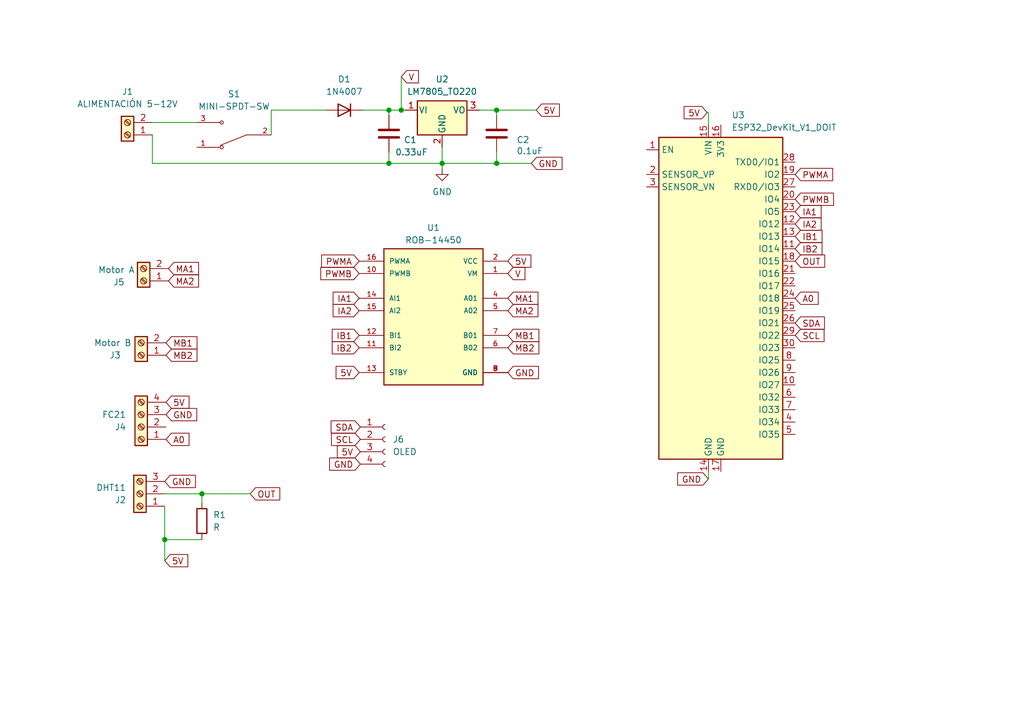
<source format=kicad_sch>
(kicad_sch (version 20230121) (generator eeschema)
  (paper "A5")
  (title_block (title "SISTEMA DE RIEGO"))
  (lib_symbols
    (symbol "Connector:Conn_01x04_Socket" (pin_names (offset 1.016) hide)
      (property "Reference" "J" (at 0 5.08 0))
      (property "Value" "Conn_01x04_Socket" (at 0 -7.62 0))
      (symbol "Conn_01x04_Socket_1_1"
        (arc (start 0 -4.572) (mid -0.5058 -5.08) (end 0 -5.588) (stroke (width 0.1524)))
        (arc (start 0 -2.032) (mid -0.5058 -2.54) (end 0 -3.048) (stroke (width 0.1524)))
        (polyline (pts (xy -1.27 -5.08) (xy -0.508 -5.08)) (stroke (width 0.1524)))
        (polyline (pts (xy -1.27 -2.54) (xy -0.508 -2.54)) (stroke (width 0.1524)))
        (polyline (pts (xy -1.27 0) (xy -0.508 0)) (stroke (width 0.1524)))
        (polyline (pts (xy -1.27 2.54) (xy -0.508 2.54)) (stroke (width 0.1524)))
        (arc (start 0 0.508) (mid -0.5058 0) (end 0 -0.508) (stroke (width 0.1524)))
        (arc (start 0 3.048) (mid -0.5058 2.54) (end 0 2.032) (stroke (width 0.1524)))
        (pin passive line (at -5.08 2.54 0) (length 3.81) (name "Pin_1") (number "1"))
        (pin passive line (at -5.08 0 0) (length 3.81) (name "Pin_2") (number "2"))
        (pin passive line (at -5.08 -2.54 0) (length 3.81) (name "Pin_3") (number "3"))
        (pin passive line (at -5.08 -5.08 0) (length 3.81) (name "Pin_4") (number "4"))
      )
    )
    (symbol "Connector:Screw_Terminal_01x02" (pin_names (offset 1.016) hide)
      (property "Reference" "J" (at 0 2.54 0))
      (property "Value" "Screw_Terminal_01x02" (at 0 -5.08 0))
      (symbol "Screw_Terminal_01x02_1_1"
        (rectangle (start -1.27 1.27) (end 1.27 -3.81) (stroke (width 0.254)) (fill (type background)))
        (circle (center 0 -2.54) (radius 0.635) (stroke (width 0.1524)))
        (polyline (pts (xy -0.5334 -2.2098) (xy 0.3302 -3.048)) (stroke (width 0.1524)))
        (polyline (pts (xy -0.5334 0.3302) (xy 0.3302 -0.508)) (stroke (width 0.1524)))
        (polyline (pts (xy -0.3556 -2.032) (xy 0.508 -2.8702)) (stroke (width 0.1524)))
        (polyline (pts (xy -0.3556 0.508) (xy 0.508 -0.3302)) (stroke (width 0.1524)))
        (circle (center 0 0) (radius 0.635) (stroke (width 0.1524)))
        (pin passive line (at -5.08 0 0) (length 3.81) (name "Pin_1") (number "1"))
        (pin passive line (at -5.08 -2.54 0) (length 3.81) (name "Pin_2") (number "2"))
      )
    )
    (symbol "Connector:Screw_Terminal_01x03" (pin_names (offset 1.016) hide)
      (property "Reference" "J" (at 0 5.08 0))
      (property "Value" "Screw_Terminal_01x03" (at 0 -5.08 0))
      (symbol "Screw_Terminal_01x03_1_1"
        (rectangle (start -1.27 3.81) (end 1.27 -3.81) (stroke (width 0.254)) (fill (type background)))
        (circle (center 0 -2.54) (radius 0.635) (stroke (width 0.1524)))
        (polyline (pts (xy -0.5334 -2.2098) (xy 0.3302 -3.048)) (stroke (width 0.1524)))
        (polyline (pts (xy -0.5334 0.3302) (xy 0.3302 -0.508)) (stroke (width 0.1524)))
        (polyline (pts (xy -0.5334 2.8702) (xy 0.3302 2.032)) (stroke (width 0.1524)))
        (polyline (pts (xy -0.3556 -2.032) (xy 0.508 -2.8702)) (stroke (width 0.1524)))
        (polyline (pts (xy -0.3556 0.508) (xy 0.508 -0.3302)) (stroke (width 0.1524)))
        (polyline (pts (xy -0.3556 3.048) (xy 0.508 2.2098)) (stroke (width 0.1524)))
        (circle (center 0 0) (radius 0.635) (stroke (width 0.1524)))
        (circle (center 0 2.54) (radius 0.635) (stroke (width 0.1524)))
        (pin passive line (at -5.08 2.54 0) (length 3.81) (name "Pin_1") (number "1"))
        (pin passive line (at -5.08 0 0) (length 3.81) (name "Pin_2") (number "2"))
        (pin passive line (at -5.08 -2.54 0) (length 3.81) (name "Pin_3") (number "3"))
      )
    )
    (symbol "Connector:Screw_Terminal_01x04" (pin_names (offset 1.016) hide)
      (property "Reference" "J" (at 0 5.08 0))
      (property "Value" "Screw_Terminal_01x04" (at 0 -7.62 0))
      (symbol "Screw_Terminal_01x04_1_1"
        (rectangle (start -1.27 3.81) (end 1.27 -6.35) (stroke (width 0.254)) (fill (type background)))
        (circle (center 0 -5.08) (radius 0.635) (stroke (width 0.1524)))
        (circle (center 0 -2.54) (radius 0.635) (stroke (width 0.1524)))
        (polyline (pts (xy -0.5334 -4.7498) (xy 0.3302 -5.588)) (stroke (width 0.1524)))
        (polyline (pts (xy -0.5334 -2.2098) (xy 0.3302 -3.048)) (stroke (width 0.1524)))
        (polyline (pts (xy -0.5334 0.3302) (xy 0.3302 -0.508)) (stroke (width 0.1524)))
        (polyline (pts (xy -0.5334 2.8702) (xy 0.3302 2.032)) (stroke (width 0.1524)))
        (polyline (pts (xy -0.3556 -4.572) (xy 0.508 -5.4102)) (stroke (width 0.1524)))
        (polyline (pts (xy -0.3556 -2.032) (xy 0.508 -2.8702)) (stroke (width 0.1524)))
        (polyline (pts (xy -0.3556 0.508) (xy 0.508 -0.3302)) (stroke (width 0.1524)))
        (polyline (pts (xy -0.3556 3.048) (xy 0.508 2.2098)) (stroke (width 0.1524)))
        (circle (center 0 0) (radius 0.635) (stroke (width 0.1524)))
        (circle (center 0 2.54) (radius 0.635) (stroke (width 0.1524)))
        (pin passive line (at -5.08 2.54 0) (length 3.81) (name "Pin_1") (number "1"))
        (pin passive line (at -5.08 0 0) (length 3.81) (name "Pin_2") (number "2"))
        (pin passive line (at -5.08 -2.54 0) (length 3.81) (name "Pin_3") (number "3"))
        (pin passive line (at -5.08 -5.08 0) (length 3.81) (name "Pin_4") (number "4"))
      )
    )
    (symbol "Device:C" (pin_numbers hide) (pin_names (offset 0.254))
      (property "Reference" "C" (at 0.635 2.54 0))
      (property "Value" "C" (at 0.635 -2.54 0))
      (symbol "C_0_1"
        (polyline (pts (xy -2.032 -0.762) (xy 2.032 -0.762)) (stroke (width 0.508)))
        (polyline (pts (xy -2.032 0.762) (xy 2.032 0.762)) (stroke (width 0.508)))
      )
      (symbol "C_1_1"
        (pin passive line (at 0 3.81 270) (length 2.794) (name "~") (number "1"))
        (pin passive line (at 0 -3.81 90) (length 2.794) (name "~") (number "2"))
      )
    )
    (symbol "Device:R" (pin_numbers hide) (pin_names (offset 0))
      (property "Reference" "R" (at 2.032 0 90))
      (property "Value" "R" (at 0 0 90))
      (symbol "R_0_1"
        (rectangle (start -1.016 -2.54) (end 1.016 2.54) (stroke (width 0.254)))
      )
      (symbol "R_1_1"
        (pin passive line (at 0 3.81 270) (length 1.27) (name "~") (number "1"))
        (pin passive line (at 0 -3.81 90) (length 1.27) (name "~") (number "2"))
      )
    )
    (symbol "Diode:1N4007" (pin_numbers hide) (pin_names hide)
      (property "Reference" "D" (at 0 2.54 0))
      (property "Value" "1N4007" (at 0 -2.54 0))
      (symbol "1N4007_0_1"
        (polyline (pts (xy -1.27 1.27) (xy -1.27 -1.27)) (stroke (width 0.254)))
        (polyline (pts (xy 1.27 0) (xy -1.27 0)))
        (polyline (pts (xy 1.27 1.27) (xy 1.27 -1.27) (xy -1.27 0) (xy 1.27 1.27)) (stroke (width 0.254)))
      )
      (symbol "1N4007_1_1"
        (pin passive line (at -3.81 0 0) (length 2.54) (name "K") (number "1"))
        (pin passive line (at 3.81 0 180) (length 2.54) (name "A") (number "2"))
      )
    )
    (symbol "ESP32-DEVKIT-V1:ESP32_DevKit_V1_DOIT"
      (property "Reference" "U" (at -11.43 34.29 0))
      (property "Value" "ESP32_DevKit_V1_DOIT" (at 11.43 34.29 0))
      (symbol "ESP32_DevKit_V1_DOIT_1_1"
        (rectangle (start -12.7 33.02) (end 12.7 -33.02) (stroke (width 0.254)) (fill (type background)))
        (pin input line (at -15.24 30.48 0) (length 2.54) (name "EN") (number "1"))
        (pin bidirectional line (at 15.24 -17.78 180) (length 2.54) (name "IO27") (number "10"))
        (pin bidirectional line (at 15.24 10.16 180) (length 2.54) (name "IO14") (number "11"))
        (pin bidirectional line (at 15.24 15.24 180) (length 2.54) (name "IO12") (number "12"))
        (pin bidirectional line (at 15.24 12.7 180) (length 2.54) (name "IO13") (number "13"))
        (pin power_in line (at -2.54 -35.56 90) (length 2.54) (name "GND") (number "14"))
        (pin power_in line (at -2.54 35.56 270) (length 2.54) (name "VIN") (number "15"))
        (pin power_in line (at 0 35.56 270) (length 2.54) (name "3V3") (number "16"))
        (pin power_in line (at 0 -35.56 90) (length 2.54) (name "GND") (number "17"))
        (pin bidirectional line (at 15.24 7.62 180) (length 2.54) (name "IO15") (number "18"))
        (pin bidirectional line (at 15.24 25.4 180) (length 2.54) (name "IO2") (number "19"))
        (pin input line (at -15.24 25.4 0) (length 2.54) (name "SENSOR_VP") (number "2"))
        (pin bidirectional line (at 15.24 20.32 180) (length 2.54) (name "IO4") (number "20"))
        (pin bidirectional line (at 15.24 5.08 180) (length 2.54) (name "IO16") (number "21"))
        (pin bidirectional line (at 15.24 2.54 180) (length 2.54) (name "IO17") (number "22"))
        (pin bidirectional line (at 15.24 17.78 180) (length 2.54) (name "IO5") (number "23"))
        (pin bidirectional line (at 15.24 0 180) (length 2.54) (name "IO18") (number "24"))
        (pin bidirectional line (at 15.24 -2.54 180) (length 2.54) (name "IO19") (number "25"))
        (pin bidirectional line (at 15.24 -5.08 180) (length 2.54) (name "IO21") (number "26"))
        (pin bidirectional line (at 15.24 22.86 180) (length 2.54) (name "RXD0/IO3") (number "27"))
        (pin bidirectional line (at 15.24 27.94 180) (length 2.54) (name "TXD0/IO1") (number "28"))
        (pin bidirectional line (at 15.24 -7.62 180) (length 2.54) (name "IO22") (number "29"))
        (pin input line (at -15.24 22.86 0) (length 2.54) (name "SENSOR_VN") (number "3"))
        (pin bidirectional line (at 15.24 -10.16 180) (length 2.54) (name "IO23") (number "30"))
        (pin input line (at 15.24 -25.4 180) (length 2.54) (name "IO34") (number "4"))
        (pin input line (at 15.24 -27.94 180) (length 2.54) (name "IO35") (number "5"))
        (pin bidirectional line (at 15.24 -20.32 180) (length 2.54) (name "IO32") (number "6"))
        (pin bidirectional line (at 15.24 -22.86 180) (length 2.54) (name "IO33") (number "7"))
        (pin bidirectional line (at 15.24 -12.7 180) (length 2.54) (name "IO25") (number "8"))
        (pin bidirectional line (at 15.24 -15.24 180) (length 2.54) (name "IO26") (number "9"))
      )
    )
    (symbol "MINI-SPDT-SW:MINI-SPDT-SW" (pin_names (offset 1.016))
      (property "Reference" "S" (at -2.54 5.08 0))
      (property "Value" "MINI-SPDT-SW" (at -2.54 -5.08 0))
      (symbol "MINI-SPDT-SW_0_0"
        (polyline (pts (xy -2.54 0) (xy -5.08 0)) (stroke (width 0.1524)))
        (polyline (pts (xy -2.54 0) (xy 2.794 2.1336)) (stroke (width 0.1524)))
        (polyline (pts (xy 5.08 -2.54) (xy 2.921 -2.54)) (stroke (width 0.1524)))
        (polyline (pts (xy 5.08 2.54) (xy 2.921 2.54)) (stroke (width 0.1524)))
        (circle (center 2.54 -2.54) (radius 0.3302) (stroke (width 0.1524)))
        (circle (center 2.54 2.54) (radius 0.3302) (stroke (width 0.1524)))
        (pin passive line (at 7.62 2.54 180) (length 2.54) (name "~") (number "1"))
        (pin passive line (at -7.62 0 0) (length 2.54) (name "~") (number "2"))
        (pin passive line (at 7.62 -2.54 180) (length 2.54) (name "~") (number "3"))
      )
    )
    (symbol "ROB-14450:ROB-14450" (pin_names (offset 1.016))
      (property "Reference" "U" (at -10.16 16.002 0))
      (property "Value" "ROB-14450" (at -10.16 -15.24 0))
      (symbol "ROB-14450_0_0"
        (rectangle (start -10.16 -12.7) (end 10.16 15.24) (stroke (width 0.254)) (fill (type background)))
        (pin power_in line (at 15.24 10.16 180) (length 5.08) (name "VM") (number "1"))
        (pin input line (at -15.24 10.16 0) (length 5.08) (name "PWMB") (number "10"))
        (pin input line (at -15.24 -5.08 0) (length 5.08) (name "BI2") (number "11"))
        (pin input line (at -15.24 -2.54 0) (length 5.08) (name "BI1") (number "12"))
        (pin input line (at -15.24 -10.16 0) (length 5.08) (name "STBY") (number "13"))
        (pin input line (at -15.24 5.08 0) (length 5.08) (name "AI1") (number "14"))
        (pin input line (at -15.24 2.54 0) (length 5.08) (name "AI2") (number "15"))
        (pin input line (at -15.24 12.7 0) (length 5.08) (name "PWMA") (number "16"))
        (pin power_in line (at 15.24 12.7 180) (length 5.08) (name "VCC") (number "2"))
        (pin power_in line (at 15.24 -10.16 180) (length 5.08) (name "GND") (number "3"))
        (pin output line (at 15.24 5.08 180) (length 5.08) (name "A01") (number "4"))
        (pin output line (at 15.24 2.54 180) (length 5.08) (name "A02") (number "5"))
        (pin output line (at 15.24 -5.08 180) (length 5.08) (name "B02") (number "6"))
        (pin output line (at 15.24 -2.54 180) (length 5.08) (name "B01") (number "7"))
        (pin power_in line (at 15.24 -10.16 180) (length 5.08) (name "GND") (number "8"))
        (pin power_in line (at 15.24 -10.16 180) (length 5.08) (name "GND") (number "9"))
      )
    )
    (symbol "Regulator_Linear:LM7805_TO220" (pin_names (offset 0.254))
      (property "Reference" "U" (at -3.81 3.175 0))
      (property "Value" "LM7805_TO220" (at 0 3.175 0))
      (symbol "LM7805_TO220_0_1"
        (rectangle (start -5.08 1.905) (end 5.08 -5.08) (stroke (width 0.254)) (fill (type background)))
      )
      (symbol "LM7805_TO220_1_1"
        (pin power_in line (at -7.62 0 0) (length 2.54) (name "VI") (number "1"))
        (pin power_in line (at 0 -7.62 90) (length 2.54) (name "GND") (number "2"))
        (pin power_out line (at 7.62 0 180) (length 2.54) (name "VO") (number "3"))
      )
    )
    (symbol "power:GND" (power) (pin_names (offset 0))
      (property "Value" "GND" (at 0 -3.81 0))
      (symbol "GND_0_1"
        (polyline (pts (xy 0 0) (xy 0 -1.27) (xy 1.27 -1.27) (xy 0 -2.54) (xy -1.27 -1.27) (xy 0 -1.27)))
      )
      (symbol "GND_1_1"
        (pin power_in line (at 0 0 270) (length 0) hide (name "GND") (number "1"))
      )
    )
  )
  (junction (at 33.782 110.744))
  (junction (at 82.296 22.606))
  (junction (at 101.854 22.606))
  (junction (at 101.854 33.528))
  (junction (at 79.756 33.528))
  (junction (at 79.756 22.606))
  (junction (at 41.402 101.346))
  (junction (at 90.678 33.528))
  (wire (pts (xy 82.296 22.606) (xy 83.058 22.606)))
  (wire (pts (xy 98.298 22.606) (xy 101.854 22.606)))
  (wire (pts (xy 41.402 110.744) (xy 33.782 110.744)))
  (wire (pts (xy 74.422 22.606) (xy 79.756 22.606)))
  (wire (pts (xy 90.678 30.226) (xy 90.678 33.528)))
  (wire (pts (xy 41.402 101.346) (xy 51.308 101.346)))
  (wire (pts (xy 101.854 33.528) (xy 108.966 33.528)))
  (wire (pts (xy 31.242 27.686) (xy 31.242 33.528)))
  (wire (pts (xy 101.854 31.242) (xy 101.854 33.528)))
  (wire (pts (xy 90.678 33.528) (xy 90.678 34.544)))
  (wire (pts (xy 101.854 33.528) (xy 90.678 33.528)))
  (wire (pts (xy 55.626 27.686) (xy 55.626 22.606)))
  (wire (pts (xy 82.296 15.748) (xy 82.296 22.606)))
  (wire (pts (xy 33.782 101.346) (xy 41.402 101.346)))
  (wire (pts (xy 101.854 22.606) (xy 101.854 23.622)))
  (wire (pts (xy 101.854 22.606) (xy 109.982 22.606)))
  (wire (pts (xy 31.242 25.146) (xy 40.386 25.146)))
  (wire (pts (xy 145.288 23.114) (xy 145.034 23.114)))
  (wire (pts (xy 55.626 22.606) (xy 66.802 22.606)))
  (wire (pts (xy 79.756 22.606) (xy 79.756 23.622)))
  (wire (pts (xy 33.782 103.886) (xy 33.782 110.744)))
  (wire (pts (xy 90.678 33.528) (xy 79.756 33.528)))
  (wire (pts (xy 41.402 101.346) (xy 41.402 103.124)))
  (wire (pts (xy 79.756 22.606) (xy 82.296 22.606)))
  (wire (pts (xy 145.288 96.774) (xy 145.288 98.298)))
  (wire (pts (xy 79.756 33.528) (xy 79.756 31.242)))
  (wire (pts (xy 145.288 25.654) (xy 145.288 23.114)))
  (wire (pts (xy 33.782 110.744) (xy 33.782 115.062)))
  (wire (pts (xy 31.242 33.528) (xy 79.756 33.528)))
  (global_label "IB2" (shape input) (at 73.66 71.374 180) (property "Intersheetrefs" "${INTERSHEET_REFS}" (effects hide)))
  (global_label "IA1" (shape input) (at 73.66 61.214 180) (property "Intersheetrefs" "${INTERSHEET_REFS}" (effects hide)))
  (global_label "GND" (shape input) (at 73.914 95.25 180) (property "Intersheetrefs" "${INTERSHEET_REFS}" (effects hide)))
  (global_label "SDA" (shape input) (at 73.914 87.63 180) (property "Intersheetrefs" "${INTERSHEET_REFS}" (effects hide)))
  (global_label "5V" (shape input) (at 33.782 115.062 0) (property "Intersheetrefs" "${INTERSHEET_REFS}" (effects hide)))
  (global_label "MA1" (shape input) (at 104.14 61.214 0) (property "Intersheetrefs" "${INTERSHEET_REFS}" (effects hide)))
  (global_label "5V" (shape input) (at 145.034 23.114 180) (property "Intersheetrefs" "${INTERSHEET_REFS}" (effects hide)))
  (global_label "MB2" (shape input) (at 104.14 71.374 0) (property "Intersheetrefs" "${INTERSHEET_REFS}" (effects hide)))
  (global_label "MB1" (shape input) (at 34.036 70.358 0) (property "Intersheetrefs" "${INTERSHEET_REFS}" (effects hide)))
  (global_label "PWMB" (shape input) (at 163.068 40.894 0) (property "Intersheetrefs" "${INTERSHEET_REFS}" (effects hide)))
  (global_label "MB1" (shape input) (at 104.14 68.834 0) (property "Intersheetrefs" "${INTERSHEET_REFS}" (effects hide)))
  (global_label "GND" (shape input) (at 145.288 98.298 180) (property "Intersheetrefs" "${INTERSHEET_REFS}" (effects hide)))
  (global_label "IA1" (shape input) (at 163.068 43.434 0) (property "Intersheetrefs" "${INTERSHEET_REFS}" (effects hide)))
  (global_label "GND" (shape input) (at 108.966 33.528 0) (property "Intersheetrefs" "${INTERSHEET_REFS}" (effects hide)))
  (global_label "IA2" (shape input) (at 73.66 63.754 180) (property "Intersheetrefs" "${INTERSHEET_REFS}" (effects hide)))
  (global_label "V" (shape input) (at 104.14 56.134 0) (property "Intersheetrefs" "${INTERSHEET_REFS}" (effects hide)))
  (global_label "GND" (shape input) (at 104.14 76.454 0) (property "Intersheetrefs" "${INTERSHEET_REFS}" (effects hide)))
  (global_label "5V" (shape input) (at 109.982 22.606 0) (property "Intersheetrefs" "${INTERSHEET_REFS}" (effects hide)))
  (global_label "5V" (shape input) (at 73.914 92.71 180) (property "Intersheetrefs" "${INTERSHEET_REFS}" (effects hide)))
  (global_label "A0" (shape input) (at 34.036 90.17 0) (property "Intersheetrefs" "${INTERSHEET_REFS}" (effects hide)))
  (global_label "5V" (shape input) (at 73.66 76.454 180) (property "Intersheetrefs" "${INTERSHEET_REFS}" (effects hide)))
  (global_label "OUT" (shape input) (at 163.068 53.594 0) (property "Intersheetrefs" "${INTERSHEET_REFS}" (effects hide)))
  (global_label "IA2" (shape input) (at 163.068 45.974 0) (property "Intersheetrefs" "${INTERSHEET_REFS}" (effects hide)))
  (global_label "IB1" (shape input) (at 73.66 68.834 180) (property "Intersheetrefs" "${INTERSHEET_REFS}" (effects hide)))
  (global_label "MA1" (shape input) (at 34.544 55.118 0) (property "Intersheetrefs" "${INTERSHEET_REFS}" (effects hide)))
  (global_label "GND" (shape input) (at 34.036 85.09 0) (property "Intersheetrefs" "${INTERSHEET_REFS}" (effects hide)))
  (global_label "IB2" (shape input) (at 163.068 51.054 0) (property "Intersheetrefs" "${INTERSHEET_REFS}" (effects hide)))
  (global_label "PWMA" (shape input) (at 163.068 35.814 0) (property "Intersheetrefs" "${INTERSHEET_REFS}" (effects hide)))
  (global_label "V" (shape input) (at 82.296 15.748 0) (property "Intersheetrefs" "${INTERSHEET_REFS}" (effects hide)))
  (global_label "SCL" (shape input) (at 73.914 90.17 180) (property "Intersheetrefs" "${INTERSHEET_REFS}" (effects hide)))
  (global_label "MB2" (shape input) (at 34.036 72.898 0) (property "Intersheetrefs" "${INTERSHEET_REFS}" (effects hide)))
  (global_label "IB1" (shape input) (at 163.068 48.514 0) (property "Intersheetrefs" "${INTERSHEET_REFS}" (effects hide)))
  (global_label "A0" (shape input) (at 163.068 61.214 0) (property "Intersheetrefs" "${INTERSHEET_REFS}" (effects hide)))
  (global_label "SDA" (shape input) (at 163.068 66.294 0) (property "Intersheetrefs" "${INTERSHEET_REFS}" (effects hide)))
  (global_label "PWMA" (shape input) (at 73.66 53.594 180) (property "Intersheetrefs" "${INTERSHEET_REFS}" (effects hide)))
  (global_label "MA2" (shape input) (at 104.14 63.754 0) (property "Intersheetrefs" "${INTERSHEET_REFS}" (effects hide)))
  (global_label "SCL" (shape input) (at 163.068 68.834 0) (property "Intersheetrefs" "${INTERSHEET_REFS}" (effects hide)))
  (global_label "5V" (shape input) (at 34.036 82.55 0) (property "Intersheetrefs" "${INTERSHEET_REFS}" (effects hide)))
  (global_label "PWMB" (shape input) (at 73.66 56.134 180) (property "Intersheetrefs" "${INTERSHEET_REFS}" (effects hide)))
  (global_label "MA2" (shape input) (at 34.544 57.658 0) (property "Intersheetrefs" "${INTERSHEET_REFS}" (effects hide)))
  (global_label "GND" (shape input) (at 33.782 98.806 0) (property "Intersheetrefs" "${INTERSHEET_REFS}" (effects hide)))
  (global_label "OUT" (shape input) (at 51.308 101.346 0) (property "Intersheetrefs" "${INTERSHEET_REFS}" (effects hide)))
  (global_label "5V" (shape input) (at 104.14 53.594 0) (property "Intersheetrefs" "${INTERSHEET_REFS}" (effects hide)))
  (symbol (lib_id "Connector:Screw_Terminal_01x02") (at 29.464 57.658 180) (unit 1)
    (property "Reference" "J5" (at 24.384 57.912 0))
    (property "Value" "Motor A" (at 23.876 55.372 0))
    (property "Footprint" "TerminalBlock_Phoenix:TerminalBlock_Phoenix_PT-1,5-2-5.0-H_1x02_P5.00mm_Horizontal" (effects hide))
  )
  (symbol (lib_id "Connector:Screw_Terminal_01x02") (at 28.956 72.898 180) (unit 1)
    (property "Reference" "J3" (at 23.622 72.898 0))
    (property "Value" "Motor B" (at 23.114 70.358 0))
    (property "Footprint" "TerminalBlock_Phoenix:TerminalBlock_Phoenix_PT-1,5-2-5.0-H_1x02_P5.00mm_Horizontal" (effects hide))
  )
  (symbol (lib_id "ESP32-DEVKIT-V1:ESP32_DevKit_V1_DOIT") (at 147.828 61.214 0) (unit 1)
    (property "Reference" "U3" (at 150.0221 23.622 0) (effects (justify left)))
    (property "Value" "ESP32_DevKit_V1_DOIT" (at 150.0221 26.162 0) (effects (justify left)))
    (property "Footprint" "Símbolos:esp32_devkit_v1_doit" (effects hide))
  )
  (symbol (lib_id "Device:C") (at 101.854 27.432 0) (unit 1)
    (property "Reference" "C2" (at 105.918 28.702 0) (effects (justify left)))
    (property "Value" "0.1uF" (at 105.918 30.988 0) (effects (justify left)))
    (property "Footprint" "Capacitor_THT:C_Disc_D5.0mm_W2.5mm_P5.00mm" (effects hide))
  )
  (symbol (lib_id "power:GND") (at 90.678 34.544 0) (unit 1)
    (property "Reference" "#PWR01" (effects hide))
    (property "Value" "GND" (at 90.678 39.37 0))
  )
  (symbol (lib_id "Regulator_Linear:LM7805_TO220") (at 90.678 22.606 0) (unit 1)
    (property "Reference" "U2" (at 90.678 16.256 0))
    (property "Value" "LM7805_TO220" (at 90.678 18.796 0))
    (property "Footprint" "Package_TO_SOT_THT:TO-220-3_Vertical" (effects hide))
    (property "Datasheet" "https://www.onsemi.cn/PowerSolutions/document/MC7800-D.PDF" (effects hide))
  )
  (symbol (lib_id "MINI-SPDT-SW:MINI-SPDT-SW") (at 48.006 27.686 180) (unit 1)
    (property "Reference" "S1" (at 48.006 19.304 0))
    (property "Value" "MINI-SPDT-SW" (at 48.006 21.844 0))
    (property "Footprint" "Símbolos:SW_MINI-SPDT-SW" (effects hide))
    (property "PARTREV" "C" (effects hide))
    (property "STANDARD" "Manufacturer Recommendations" (effects hide))
    (property "MANUFACTURER" "GRAVITECH" (effects hide))
  )
  (symbol (lib_id "Diode:1N4007") (at 70.612 22.606 180) (unit 1)
    (property "Reference" "D1" (at 70.612 16.256 0))
    (property "Value" "1N4007" (at 70.612 18.796 0))
    (property "Footprint" "Diode_THT:D_DO-41_SOD81_P10.16mm_Horizontal" (effects hide))
    (property "Datasheet" "http://www.vishay.com/docs/88503/1n4001.pdf" (effects hide))
    (property "Sim.Device" "D" (effects hide))
    (property "Sim.Pins" "1=K 2=A" (effects hide))
  )
  (symbol (lib_id "Connector:Screw_Terminal_01x04") (at 28.956 87.63 180) (unit 1)
    (property "Reference" "J4" (at 25.908 87.63 0) (effects (justify left)))
    (property "Value" "FC21" (at 25.908 85.09 0) (effects (justify left)))
    (property "Footprint" "TerminalBlock_Phoenix:TerminalBlock_Phoenix_PT-1,5-4-5.0-H_1x04_P5.00mm_Horizontal" (effects hide))
  )
  (symbol (lib_id "Connector:Conn_01x04_Socket") (at 78.994 90.17 0) (unit 1)
    (property "Reference" "J6" (at 80.518 90.17 0) (effects (justify left)))
    (property "Value" "OLED" (at 80.518 92.71 0) (effects (justify left)))
    (property "Footprint" "Connector_PinSocket_2.54mm:PinSocket_1x04_P2.54mm_Vertical" (effects hide))
  )
  (symbol (lib_id "ROB-14450:ROB-14450") (at 88.9 66.294 0) (unit 1)
    (property "Reference" "U1" (at 88.9 46.736 0))
    (property "Value" "ROB-14450" (at 88.9 49.276 0))
    (property "Footprint" "Símbolos:MODULE_ROB-14450" (effects hide))
    (property "PARTREV" "11-13-17" (effects hide))
    (property "MANUFACTURER" "Sparkfun Electronics" (effects hide))
    (property "STANDARD" "Manufacturer Recommendation" (effects hide))
  )
  (symbol (lib_id "Device:R") (at 41.402 106.934 180) (unit 1)
    (property "Reference" "R1" (at 43.688 105.664 0) (effects (justify right)))
    (property "Value" "R" (at 43.688 108.204 0) (effects (justify right)))
    (property "Footprint" "Resistor_THT:R_Axial_DIN0204_L3.6mm_D1.6mm_P5.08mm_Horizontal" (effects hide))
  )
  (symbol (lib_id "Connector:Screw_Terminal_01x02") (at 26.162 27.686 180) (unit 1)
    (property "Reference" "J1" (at 26.162 18.796 0))
    (property "Value" "ALIMENTACIÓN 5-12V" (at 26.162 21.336 0))
    (property "Footprint" "TerminalBlock_Phoenix:TerminalBlock_Phoenix_PT-1,5-2-5.0-H_1x02_P5.00mm_Horizontal" (effects hide))
  )
  (symbol (lib_id "Device:C") (at 79.756 27.432 0) (unit 1)
    (property "Reference" "C1" (at 82.804 28.702 0) (effects (justify left)))
    (property "Value" "0.33uF" (at 81.026 31.242 0) (effects (justify left)))
    (property "Footprint" "Capacitor_THT:C_Disc_D5.0mm_W2.5mm_P5.00mm" (effects hide))
  )
  (symbol (lib_id "Connector:Screw_Terminal_01x03") (at 28.702 101.346 180) (unit 1)
    (property "Reference" "J2" (at 25.908 102.616 0) (effects (justify left)))
    (property "Value" "DHT11" (at 25.908 100.076 0) (effects (justify left)))
    (property "Footprint" "TerminalBlock_Phoenix:TerminalBlock_Phoenix_PT-1,5-3-5.0-H_1x03_P5.00mm_Horizontal" (effects hide))
  )
)
</source>
